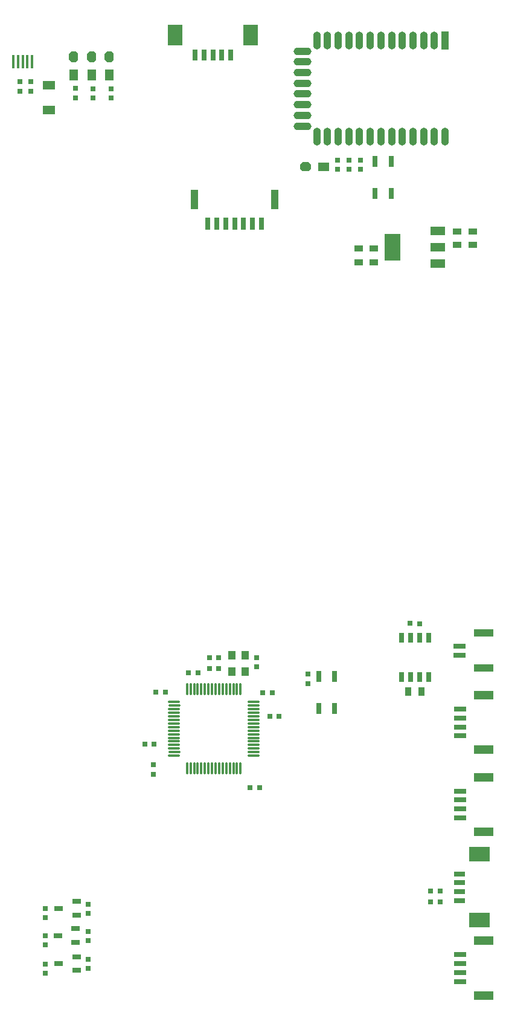
<source format=gtp>
G04*
G04 #@! TF.GenerationSoftware,Altium Limited,Altium Designer,20.0.2 (26)*
G04*
G04 Layer_Color=8421504*
%FSLAX25Y25*%
%MOIN*%
G70*
G01*
G75*
%ADD24R,0.02756X0.05906*%
%ADD25R,0.03000X0.03000*%
G04:AMPARAMS|DCode=26|XSize=60mil|YSize=50mil|CornerRadius=0mil|HoleSize=0mil|Usage=FLASHONLY|Rotation=180.000|XOffset=0mil|YOffset=0mil|HoleType=Round|Shape=Octagon|*
%AMOCTAGOND26*
4,1,8,-0.03000,0.01250,-0.03000,-0.01250,-0.01750,-0.02500,0.01750,-0.02500,0.03000,-0.01250,0.03000,0.01250,0.01750,0.02500,-0.01750,0.02500,-0.03000,0.01250,0.0*
%
%ADD26OCTAGOND26*%

%ADD27R,0.06000X0.05000*%
%ADD28R,0.07874X0.11811*%
%ADD29R,0.03150X0.06299*%
%ADD30R,0.03000X0.03000*%
%ADD31R,0.06500X0.05000*%
%ADD32R,0.07087X0.02756*%
%ADD33R,0.11024X0.04724*%
%ADD34R,0.04921X0.02756*%
%ADD35O,0.01102X0.07070*%
%ADD36O,0.07070X0.01102*%
%ADD37R,0.02559X0.05800*%
%ADD38R,0.03937X0.11024*%
%ADD39R,0.02756X0.07087*%
%ADD40R,0.11024X0.03937*%
%ADD41R,0.04134X0.05118*%
G04:AMPARAMS|DCode=42|XSize=15.75mil|YSize=72.84mil|CornerRadius=0mil|HoleSize=0mil|Usage=FLASHONLY|Rotation=180.000|XOffset=0mil|YOffset=0mil|HoleType=Round|Shape=Octagon|*
%AMOCTAGOND42*
4,1,8,0.00394,-0.03642,-0.00394,-0.03642,-0.00787,-0.03248,-0.00787,0.03248,-0.00394,0.03642,0.00394,0.03642,0.00787,0.03248,0.00787,-0.03248,0.00394,-0.03642,0.0*
%
%ADD42OCTAGOND42*%

%ADD43R,0.09055X0.14961*%
%ADD44R,0.07874X0.04724*%
%ADD45R,0.03500X0.05000*%
%ADD46O,0.09843X0.04331*%
%ADD47O,0.04331X0.09843*%
%ADD48R,0.04331X0.09843*%
%ADD49R,0.05000X0.03500*%
G04:AMPARAMS|DCode=50|XSize=60mil|YSize=50mil|CornerRadius=0mil|HoleSize=0mil|Usage=FLASHONLY|Rotation=90.000|XOffset=0mil|YOffset=0mil|HoleType=Round|Shape=Octagon|*
%AMOCTAGOND50*
4,1,8,0.01250,0.03000,-0.01250,0.03000,-0.02500,0.01750,-0.02500,-0.01750,-0.01250,-0.03000,0.01250,-0.03000,0.02500,-0.01750,0.02500,0.01750,0.01250,0.03000,0.0*
%
%ADD50OCTAGOND50*%

%ADD51R,0.05000X0.06000*%
%ADD52R,0.06299X0.03150*%
%ADD53R,0.11811X0.07874*%
D24*
X1634929Y491858D02*
D03*
Y474142D02*
D03*
X1626071Y491858D02*
D03*
Y474142D02*
D03*
X1594924Y190061D02*
D03*
Y207778D02*
D03*
X1603783Y190061D02*
D03*
Y207778D02*
D03*
D25*
X1611676Y487440D02*
D03*
Y492558D02*
D03*
X1605426Y487440D02*
D03*
Y492558D02*
D03*
X1589000Y209059D02*
D03*
Y203941D02*
D03*
X1617926Y487440D02*
D03*
Y492558D02*
D03*
X1444047Y74689D02*
D03*
Y79807D02*
D03*
X1467547Y77189D02*
D03*
Y82307D02*
D03*
X1444047Y59689D02*
D03*
Y64807D02*
D03*
X1467547Y62189D02*
D03*
Y67307D02*
D03*
X1436130Y535689D02*
D03*
Y530571D02*
D03*
X1430130Y535689D02*
D03*
Y530571D02*
D03*
X1444047Y44189D02*
D03*
Y49307D02*
D03*
X1467547Y46689D02*
D03*
Y51807D02*
D03*
X1560666Y213107D02*
D03*
Y218225D02*
D03*
X1503780Y153930D02*
D03*
Y159049D02*
D03*
X1460727Y532018D02*
D03*
Y526900D02*
D03*
X1470476Y531959D02*
D03*
X1470476Y526841D02*
D03*
X1480226Y531959D02*
D03*
X1480226Y526841D02*
D03*
D26*
X1587500Y489000D02*
D03*
D27*
X1597500D02*
D03*
D28*
X1515803Y561500D02*
D03*
X1557197Y561500D02*
D03*
D29*
X1526712Y550435D02*
D03*
X1531633Y550435D02*
D03*
X1536554D02*
D03*
X1541476Y550435D02*
D03*
X1546397D02*
D03*
D30*
X1567941Y186000D02*
D03*
X1573059D02*
D03*
X1498941Y170500D02*
D03*
X1504059D02*
D03*
X1650700Y237000D02*
D03*
X1645250Y237006D02*
D03*
X1569225Y198781D02*
D03*
X1564107Y198781D02*
D03*
X1562225Y146395D02*
D03*
X1557107Y146395D02*
D03*
X1534606Y218166D02*
D03*
X1539724D02*
D03*
X1528166Y209781D02*
D03*
X1523047D02*
D03*
X1510225Y199281D02*
D03*
X1505107D02*
D03*
X1534606Y212166D02*
D03*
X1539724D02*
D03*
X1656728Y83500D02*
D03*
X1661846D02*
D03*
X1656728Y89500D02*
D03*
X1661846D02*
D03*
D31*
X1446000Y520250D02*
D03*
Y533750D02*
D03*
D32*
X1672958Y44579D02*
D03*
Y39658D02*
D03*
Y49500D02*
D03*
Y54421D02*
D03*
Y134800D02*
D03*
Y129878D02*
D03*
Y139721D02*
D03*
Y144642D02*
D03*
Y179965D02*
D03*
Y175043D02*
D03*
Y184886D02*
D03*
Y189807D02*
D03*
X1672801Y224551D02*
D03*
Y219630D02*
D03*
D33*
X1686147Y31980D02*
D03*
Y62098D02*
D03*
Y122201D02*
D03*
Y152319D02*
D03*
Y167366D02*
D03*
Y197485D02*
D03*
D34*
X1451407Y80001D02*
D03*
X1461247Y83741D02*
D03*
Y76261D02*
D03*
X1450907Y65000D02*
D03*
X1460747Y68740D02*
D03*
Y61260D02*
D03*
X1451407Y49501D02*
D03*
X1461247Y53241D02*
D03*
Y45761D02*
D03*
D35*
X1551766Y200762D02*
D03*
X1549796Y200762D02*
D03*
X1547828Y200762D02*
D03*
X1545860Y200762D02*
D03*
X1543892Y200762D02*
D03*
X1541922Y200762D02*
D03*
X1539954Y200762D02*
D03*
X1537986Y200762D02*
D03*
X1536017Y200762D02*
D03*
X1534048Y200762D02*
D03*
X1532080Y200762D02*
D03*
X1530112Y200762D02*
D03*
X1528143Y200762D02*
D03*
X1526175D02*
D03*
X1524206Y200762D02*
D03*
X1522237Y200762D02*
D03*
X1522237Y157062D02*
D03*
X1524207Y157062D02*
D03*
X1526175Y157062D02*
D03*
X1528143Y157062D02*
D03*
X1530111D02*
D03*
X1532080D02*
D03*
X1534048D02*
D03*
X1536017D02*
D03*
X1537986D02*
D03*
X1539954D02*
D03*
X1541922Y157062D02*
D03*
X1543892Y157062D02*
D03*
X1545860Y157062D02*
D03*
X1547828Y157062D02*
D03*
X1549796Y157062D02*
D03*
X1551766Y157062D02*
D03*
D36*
X1515151Y193676D02*
D03*
X1515152Y191707D02*
D03*
X1515151Y189739D02*
D03*
Y187770D02*
D03*
Y185802D02*
D03*
Y183833D02*
D03*
Y181865D02*
D03*
Y179896D02*
D03*
Y177928D02*
D03*
Y175959D02*
D03*
Y173991D02*
D03*
Y172022D02*
D03*
Y170054D02*
D03*
Y168085D02*
D03*
X1515152Y166117D02*
D03*
X1515151Y164148D02*
D03*
X1558852D02*
D03*
X1558851Y166117D02*
D03*
X1558852Y168085D02*
D03*
X1558851Y170054D02*
D03*
X1558852Y172022D02*
D03*
X1558851Y173991D02*
D03*
X1558852Y175959D02*
D03*
Y177928D02*
D03*
Y179896D02*
D03*
Y181865D02*
D03*
Y183833D02*
D03*
Y185802D02*
D03*
Y187770D02*
D03*
Y189739D02*
D03*
X1558851Y191707D02*
D03*
X1558852Y193676D02*
D03*
D37*
X1640612Y207548D02*
D03*
X1645612Y207548D02*
D03*
X1650612Y207548D02*
D03*
X1655612Y207548D02*
D03*
X1655612Y229202D02*
D03*
X1650612Y229202D02*
D03*
X1645612D02*
D03*
X1640612D02*
D03*
D38*
X1526453Y470689D02*
D03*
X1570547D02*
D03*
D39*
X1543579Y457500D02*
D03*
X1548500D02*
D03*
X1553421D02*
D03*
X1563264D02*
D03*
X1558342D02*
D03*
X1538657D02*
D03*
X1533736D02*
D03*
D40*
X1685990Y212347D02*
D03*
X1685990Y231835D02*
D03*
D41*
X1546882Y219667D02*
D03*
Y210611D02*
D03*
X1554165D02*
D03*
Y219667D02*
D03*
D42*
X1436661Y546835D02*
D03*
X1434102Y546835D02*
D03*
X1426425D02*
D03*
X1428984D02*
D03*
X1431543D02*
D03*
D43*
X1635806Y444402D02*
D03*
D44*
X1660805D02*
D03*
Y453457D02*
D03*
Y435347D02*
D03*
D45*
X1651740Y199500D02*
D03*
X1644260Y199500D02*
D03*
D46*
X1585968Y534953D02*
D03*
Y529047D02*
D03*
Y523142D02*
D03*
Y517236D02*
D03*
Y540858D02*
D03*
Y546764D02*
D03*
Y552669D02*
D03*
Y511331D02*
D03*
D47*
X1593843Y505425D02*
D03*
X1599748D02*
D03*
X1605654D02*
D03*
X1611559D02*
D03*
X1617465D02*
D03*
X1623370D02*
D03*
X1629276D02*
D03*
X1635181D02*
D03*
X1641087D02*
D03*
X1646992D02*
D03*
X1652898D02*
D03*
X1658803D02*
D03*
X1664709D02*
D03*
X1658803Y558575D02*
D03*
X1652898D02*
D03*
X1646992D02*
D03*
X1641087D02*
D03*
X1635181D02*
D03*
X1629276D02*
D03*
X1623370D02*
D03*
X1617465D02*
D03*
X1611559D02*
D03*
X1605654D02*
D03*
X1599748D02*
D03*
X1593843D02*
D03*
D48*
X1664709D02*
D03*
D49*
X1671378Y445759D02*
D03*
X1671378Y453240D02*
D03*
X1679878Y445759D02*
D03*
X1679878Y453240D02*
D03*
X1616878Y436260D02*
D03*
Y443740D02*
D03*
X1625378Y436260D02*
D03*
X1625378Y443740D02*
D03*
D50*
X1459785Y549500D02*
D03*
X1469535Y549500D02*
D03*
X1479285Y549500D02*
D03*
D51*
X1459785Y539500D02*
D03*
X1469535D02*
D03*
X1479285Y539500D02*
D03*
D52*
X1672565Y84194D02*
D03*
Y89115D02*
D03*
Y94036D02*
D03*
Y98958D02*
D03*
D53*
X1683630Y73394D02*
D03*
Y109866D02*
D03*
M02*

</source>
